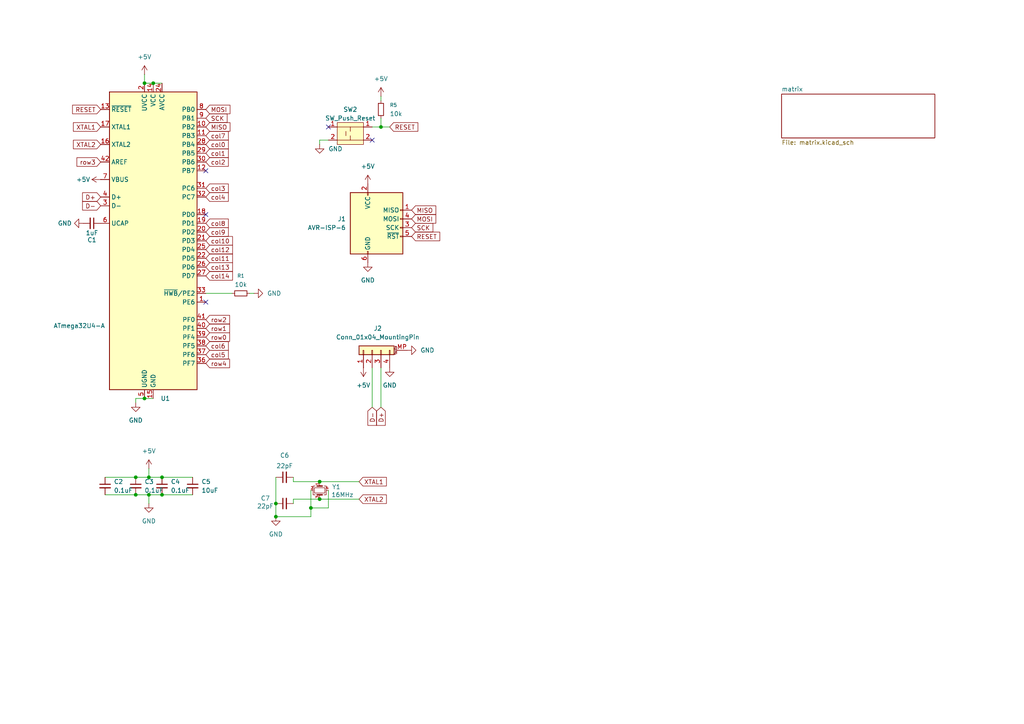
<source format=kicad_sch>
(kicad_sch (version 20250114) (generator "eeschema") (generator_version "9.0")
  (paper "A4")
  (lib_symbols
    (symbol "Connector:AVR-ISP-6" (pin_names (offset 1.016))
      (property "Reference" "J" (at -6.35 11.43 0))
      (property "Value" "AVR-ISP-6" (at 0 11.43 0))
      (symbol "AVR-ISP-6_0_1"
        (rectangle (start -2.667 10.16) (end -2.413 9.398))
        (rectangle (start -2.667 -6.858) (end -2.413 -7.62))
        (rectangle (start 7.62 10.16) (end -7.62 -7.62) (stroke (width 0.254)) (fill (type background)))
        (rectangle (start 7.62 5.207) (end 6.858 4.953))
        (rectangle (start 7.62 2.667) (end 6.858 2.413))
        (rectangle (start 7.62 0.127) (end 6.858 -0.127))
        (rectangle (start 7.62 -2.413) (end 6.858 -2.667))
      )
      (symbol "AVR-ISP-6_1_1"
        (pin passive line (at -2.54 12.7 270) (length 2.54) (name "VCC") (number "2"))
        (pin passive line (at -2.54 -10.16 90) (length 2.54) (name "GND") (number "6"))
        (pin passive line (at 10.16 5.08 180) (length 2.54) (name "MISO") (number "1"))
        (pin passive line (at 10.16 2.54 180) (length 2.54) (name "MOSI") (number "4"))
        (pin passive line (at 10.16 0 180) (length 2.54) (name "SCK") (number "3"))
        (pin passive line (at 10.16 -2.54 180) (length 2.54) (name "~{RST}") (number "5"))
      )
    )
    (symbol "Connector_Generic_MountingPin:Conn_01x04_MountingPin" (pin_names (offset 1.016) (hide yes))
      (property "Reference" "J" (at 0 5.08 0))
      (property "Value" "Conn_01x04_MountingPin" (at 1.27 -7.62 0))
      (symbol "Conn_01x04_MountingPin_1_1"
        (rectangle (start -1.27 3.81) (end 1.27 -6.35) (stroke (width 0.254)) (fill (type background)))
        (rectangle (start -1.27 2.667) (end 0 2.413) (stroke (width 0.1524)))
        (rectangle (start -1.27 0.127) (end 0 -0.127) (stroke (width 0.1524)))
        (rectangle (start -1.27 -2.413) (end 0 -2.667) (stroke (width 0.1524)))
        (rectangle (start -1.27 -4.953) (end 0 -5.207) (stroke (width 0.1524)))
        (polyline (pts (xy -1.016 -7.112) (xy 1.016 -7.112)) (stroke (width 0.1524)))
        (text "Mounting" (at 0 -6.731 0) (effects (font (size 0.381 0.381))))
        (pin passive line (at -5.08 2.54 0) (length 3.81) (name "Pin_1") (number "1"))
        (pin passive line (at -5.08 0 0) (length 3.81) (name "Pin_2") (number "2"))
        (pin passive line (at -5.08 -2.54 0) (length 3.81) (name "Pin_3") (number "3"))
        (pin passive line (at -5.08 -5.08 0) (length 3.81) (name "Pin_4") (number "4"))
        (pin passive line (at 0 -10.16 90) (length 3.048) (name "MountPin") (number "MP"))
      )
    )
    (symbol "Device:C_Small" (pin_numbers (hide yes)) (pin_names (offset 0.254) (hide yes))
      (property "Reference" "C" (at 0.254 1.778 0))
      (property "Value" "C_Small" (at 0.254 -2.032 0))
      (symbol "C_Small_0_1"
        (polyline (pts (xy -1.524 0.508) (xy 1.524 0.508)) (stroke (width 0.3048)))
        (polyline (pts (xy -1.524 -0.508) (xy 1.524 -0.508)) (stroke (width 0.3302)))
      )
      (symbol "C_Small_1_1"
        (pin passive line (at 0 2.54 270) (length 2.032) (name "~") (number "1"))
        (pin passive line (at 0 -2.54 90) (length 2.032) (name "~") (number "2"))
      )
    )
    (symbol "Device:Crystal_GND24_Small" (pin_names (offset 1.016) (hide yes))
      (property "Reference" "Y" (at 1.27 4.445 0))
      (property "Value" "Crystal_GND24_Small" (at 1.27 2.54 0))
      (symbol "Crystal_GND24_Small_0_1"
        (polyline (pts (xy -1.27 1.27) (xy -1.27 1.905) (xy 1.27 1.905) (xy 1.27 1.27)))
        (polyline (pts (xy -1.27 -0.762) (xy -1.27 0.762)) (stroke (width 0.381)))
        (polyline (pts (xy -1.27 -1.27) (xy -1.27 -1.905) (xy 1.27 -1.905) (xy 1.27 -1.27)))
        (rectangle (start -0.762 -1.524) (end 0.762 1.524))
        (polyline (pts (xy 1.27 -0.762) (xy 1.27 0.762)) (stroke (width 0.381)))
      )
      (symbol "Crystal_GND24_Small_1_1"
        (pin passive line (at -2.54 0 0) (length 1.27) (name "1") (number "1"))
        (pin passive line (at 0 2.54 270) (length 0.635) (name "4") (number "4"))
        (pin passive line (at 0 -2.54 90) (length 0.635) (name "2") (number "2"))
        (pin passive line (at 2.54 0 180) (length 1.27) (name "3") (number "3"))
      )
    )
    (symbol "Device:R_Small" (pin_numbers (hide yes)) (pin_names (offset 0.254) (hide yes))
      (property "Reference" "R" (at 0 0 90))
      (property "Value" "R_Small" (at 1.778 0 90))
      (symbol "R_Small_0_1"
        (rectangle (start -0.762 1.778) (end 0.762 -1.778) (stroke (width 0.2032)))
      )
      (symbol "R_Small_1_1"
        (pin passive line (at 0 2.54 270) (length 0.762) (name "~") (number "1"))
        (pin passive line (at 0 -2.54 90) (length 0.762) (name "~") (number "2"))
      )
    )
    (symbol "Local:SW_SKQG"
      (property "Reference" "SW" (at 0 0 0))
      (symbol "SW_SKQG_0_1"
        (rectangle (start -3.81 2.54) (end 3.81 -3.81) (fill (type background)))
        (polyline (pts (xy -3.81 1.27) (xy 3.81 1.27)))
        (polyline (pts (xy -3.81 -2.54) (xy 3.81 -2.54)) (fill (type background)))
        (polyline (pts (xy -1.27 0) (xy -1.27 -1.27)))
        (polyline (pts (xy 0 1.27) (xy 0 0)))
        (polyline (pts (xy 0 -2.54) (xy 0 -1.27)))
      )
      (symbol "SW_SKQG_1_1"
        (pin input line (at -6.35 1.27 0) (length 2.54) (name "") (number "1"))
        (pin input line (at -6.35 -2.54 0) (length 2.54) (name "") (number "2"))
        (pin input line (at 6.35 1.27 180) (length 2.54) (name "") (number "1"))
        (pin input line (at 6.35 -2.54 180) (length 2.54) (name "") (number "2"))
      )
    )
    (symbol "MCU_Microchip_ATmega:ATmega32U4-A"
      (property "Reference" "U" (at -12.7 44.45 0))
      (property "Value" "ATmega32U4-A" (at 2.54 -44.45 0))
      (symbol "ATmega32U4-A_0_1"
        (rectangle (start -12.7 -43.18) (end 12.7 43.18) (stroke (width 0.254)) (fill (type background)))
      )
      (symbol "ATmega32U4-A_1_1"
        (pin input line (at -15.24 38.1 0) (length 2.54) (name "~{RESET}") (number "13"))
        (pin input line (at -15.24 33.02 0) (length 2.54) (name "XTAL1") (number "17"))
        (pin output line (at -15.24 27.94 0) (length 2.54) (name "XTAL2") (number "16"))
        (pin passive line (at -15.24 22.86 0) (length 2.54) (name "AREF") (number "42"))
        (pin input line (at -15.24 17.78 0) (length 2.54) (name "VBUS") (number "7"))
        (pin bidirectional line (at -15.24 12.7 0) (length 2.54) (name "D+") (number "4"))
        (pin bidirectional line (at -15.24 10.16 0) (length 2.54) (name "D-") (number "3"))
        (pin passive line (at -15.24 5.08 0) (length 2.54) (name "UCAP") (number "6"))
        (pin power_in line (at -2.54 45.72 270) (length 2.54) (name "UVCC") (number "2"))
        (pin passive line (at -2.54 -45.72 90) (length 2.54) (name "UGND") (number "5"))
        (pin power_in line (at 0 45.72 270) (length 2.54) (name "VCC") (number "14"))
        (pin passive line (at 0 45.72 270) (length 2.54) (hide yes) (name "VCC") (number "34"))
        (pin power_in line (at 0 -45.72 90) (length 2.54) (name "GND") (number "15"))
        (pin passive line (at 0 -45.72 90) (length 2.54) (hide yes) (name "GND") (number "23"))
        (pin passive line (at 0 -45.72 90) (length 2.54) (hide yes) (name "GND") (number "35"))
        (pin passive line (at 0 -45.72 90) (length 2.54) (hide yes) (name "GND") (number "43"))
        (pin power_in line (at 2.54 45.72 270) (length 2.54) (name "AVCC") (number "24"))
        (pin passive line (at 2.54 45.72 270) (length 2.54) (hide yes) (name "AVCC") (number "44"))
        (pin bidirectional line (at 15.24 38.1 180) (length 2.54) (name "PB0") (number "8"))
        (pin bidirectional line (at 15.24 35.56 180) (length 2.54) (name "PB1") (number "9"))
        (pin bidirectional line (at 15.24 33.02 180) (length 2.54) (name "PB2") (number "10"))
        (pin bidirectional line (at 15.24 30.48 180) (length 2.54) (name "PB3") (number "11"))
        (pin bidirectional line (at 15.24 27.94 180) (length 2.54) (name "PB4") (number "28"))
        (pin bidirectional line (at 15.24 25.4 180) (length 2.54) (name "PB5") (number "29"))
        (pin bidirectional line (at 15.24 22.86 180) (length 2.54) (name "PB6") (number "30"))
        (pin bidirectional line (at 15.24 20.32 180) (length 2.54) (name "PB7") (number "12"))
        (pin bidirectional line (at 15.24 15.24 180) (length 2.54) (name "PC6") (number "31"))
        (pin bidirectional line (at 15.24 12.7 180) (length 2.54) (name "PC7") (number "32"))
        (pin bidirectional line (at 15.24 7.62 180) (length 2.54) (name "PD0") (number "18"))
        (pin bidirectional line (at 15.24 5.08 180) (length 2.54) (name "PD1") (number "19"))
        (pin bidirectional line (at 15.24 2.54 180) (length 2.54) (name "PD2") (number "20"))
        (pin bidirectional line (at 15.24 0 180) (length 2.54) (name "PD3") (number "21"))
        (pin bidirectional line (at 15.24 -2.54 180) (length 2.54) (name "PD4") (number "25"))
        (pin bidirectional line (at 15.24 -5.08 180) (length 2.54) (name "PD5") (number "22"))
        (pin bidirectional line (at 15.24 -7.62 180) (length 2.54) (name "PD6") (number "26"))
        (pin bidirectional line (at 15.24 -10.16 180) (length 2.54) (name "PD7") (number "27"))
        (pin bidirectional line (at 15.24 -15.24 180) (length 2.54) (name "~{HWB}/PE2") (number "33"))
        (pin bidirectional line (at 15.24 -17.78 180) (length 2.54) (name "PE6") (number "1"))
        (pin bidirectional line (at 15.24 -22.86 180) (length 2.54) (name "PF0") (number "41"))
        (pin bidirectional line (at 15.24 -25.4 180) (length 2.54) (name "PF1") (number "40"))
        (pin bidirectional line (at 15.24 -27.94 180) (length 2.54) (name "PF4") (number "39"))
        (pin bidirectional line (at 15.24 -30.48 180) (length 2.54) (name "PF5") (number "38"))
        (pin bidirectional line (at 15.24 -33.02 180) (length 2.54) (name "PF6") (number "37"))
        (pin bidirectional line (at 15.24 -35.56 180) (length 2.54) (name "PF7") (number "36"))
      )
    )
    (symbol "power:+5V" (power) (pin_numbers (hide yes)) (pin_names (offset 0) (hide yes))
      (property "Value" "+5V" (at 0 3.556 0))
      (symbol "+5V_0_1"
        (polyline (pts (xy -0.762 1.27) (xy 0 2.54)))
        (polyline (pts (xy 0 2.54) (xy 0.762 1.27)))
        (polyline (pts (xy 0 0) (xy 0 2.54)))
      )
      (symbol "+5V_1_1"
        (pin power_in line (at 0 0 90) (length 0) (name "~") (number "1"))
      )
    )
    (symbol "power:GND" (power) (pin_numbers (hide yes)) (pin_names (offset 0) (hide yes))
      (property "Value" "GND" (at 0 -3.81 0))
      (symbol "GND_0_1"
        (polyline (pts (xy 0 0) (xy 0 -1.27) (xy 1.27 -1.27) (xy 0 -2.54) (xy -1.27 -1.27) (xy 0 -1.27)))
      )
      (symbol "GND_1_1"
        (pin power_in line (at 0 0 270) (length 0) (name "~") (number "1"))
      )
    )
  )
  (junction (at 43.18 143.51))
  (junction (at 41.91 24.13))
  (junction (at 39.37 138.43))
  (junction (at 39.37 143.51))
  (junction (at 46.99 138.43))
  (junction (at 110.49 36.83))
  (junction (at 92.71 139.7))
  (junction (at 80.01 146.05))
  (junction (at 46.99 143.51))
  (junction (at 90.17 147.32))
  (junction (at 80.01 149.86))
  (junction (at 41.91 115.57))
  (junction (at 43.18 138.43))
  (junction (at 92.71 144.78))
  (junction (at 44.45 24.13))
  (no_connect (at 59.69 87.63))
  (no_connect (at 59.69 62.23))
  (no_connect (at 59.69 49.53))
  (no_connect (at 107.95 40.64))
  (no_connect (at 95.25 36.83))
  (wire (pts (xy 39.37 115.57) (xy 39.37 116.84)))
  (wire (pts (xy 85.09 144.78) (xy 92.71 144.78)))
  (wire (pts (xy 92.71 41.91) (xy 92.71 40.64)))
  (wire (pts (xy 90.17 149.86) (xy 90.17 147.32)))
  (wire (pts (xy 43.18 138.43) (xy 39.37 138.43)))
  (wire (pts (xy 41.91 24.13) (xy 44.45 24.13)))
  (wire (pts (xy 43.18 135.89) (xy 43.18 138.43)))
  (wire (pts (xy 92.71 139.7) (xy 104.14 139.7)))
  (wire (pts (xy 95.25 142.24) (xy 95.25 147.32)))
  (wire (pts (xy 85.09 144.78) (xy 85.09 146.05)))
  (wire (pts (xy 43.18 143.51) (xy 43.18 146.05)))
  (wire (pts (xy 110.49 34.29) (xy 110.49 36.83)))
  (wire (pts (xy 90.17 142.24) (xy 90.17 147.32)))
  (wire (pts (xy 46.99 143.51) (xy 55.88 143.51)))
  (wire (pts (xy 44.45 115.57) (xy 41.91 115.57)))
  (wire (pts (xy 59.69 85.09) (xy 67.31 85.09)))
  (wire (pts (xy 107.95 36.83) (xy 110.49 36.83)))
  (wire (pts (xy 110.49 118.11) (xy 110.49 106.68)))
  (wire (pts (xy 41.91 21.59) (xy 41.91 24.13)))
  (wire (pts (xy 95.25 147.32) (xy 90.17 147.32)))
  (wire (pts (xy 39.37 115.57) (xy 41.91 115.57)))
  (wire (pts (xy 85.09 139.7) (xy 85.09 138.43)))
  (wire (pts (xy 107.95 118.11) (xy 107.95 106.68)))
  (wire (pts (xy 80.01 149.86) (xy 90.17 149.86)))
  (wire (pts (xy 30.48 143.51) (xy 39.37 143.51)))
  (wire (pts (xy 110.49 36.83) (xy 113.03 36.83)))
  (wire (pts (xy 44.45 24.13) (xy 46.99 24.13)))
  (wire (pts (xy 92.71 40.64) (xy 95.25 40.64)))
  (wire (pts (xy 30.48 138.43) (xy 39.37 138.43)))
  (wire (pts (xy 80.01 146.05) (xy 80.01 149.86)))
  (wire (pts (xy 43.18 143.51) (xy 46.99 143.51)))
  (wire (pts (xy 46.99 138.43) (xy 55.88 138.43)))
  (wire (pts (xy 39.37 143.51) (xy 43.18 143.51)))
  (wire (pts (xy 43.18 138.43) (xy 46.99 138.43)))
  (wire (pts (xy 110.49 27.94) (xy 110.49 29.21)))
  (wire (pts (xy 72.39 85.09) (xy 73.66 85.09)))
  (wire (pts (xy 85.09 139.7) (xy 92.71 139.7)))
  (wire (pts (xy 92.71 144.78) (xy 104.14 144.78)))
  (wire (pts (xy 80.01 138.43) (xy 80.01 146.05)))
  (global_label "D+" (shape input) (at 29.21 57.15 180) (property "Intersheetrefs" "${INTERSHEET_REFS}" (effects (hide yes))))
  (global_label "col12" (shape input) (at 59.69 72.39 0) (property "Intersheetrefs" "${INTERSHEET_REFS}" (effects (hide yes))))
  (global_label "MISO" (shape input) (at 59.69 36.83 0) (property "Intersheetrefs" "${INTERSHEET_REFS}" (effects (hide yes))))
  (global_label "col7" (shape input) (at 59.69 39.37 0) (property "Intersheetrefs" "${INTERSHEET_REFS}" (effects (hide yes))))
  (global_label "RESET" (shape input) (at 113.03 36.83 0) (property "Intersheetrefs" "${INTERSHEET_REFS}" (effects (hide yes))))
  (global_label "SCK" (shape input) (at 59.69 34.29 0) (property "Intersheetrefs" "${INTERSHEET_REFS}" (effects (hide yes))))
  (global_label "MOSI" (shape input) (at 119.38 63.5 0) (property "Intersheetrefs" "${INTERSHEET_REFS}" (effects (hide yes))))
  (global_label "MOSI" (shape input) (at 59.69 31.75 0) (property "Intersheetrefs" "${INTERSHEET_REFS}" (effects (hide yes))))
  (global_label "col10" (shape input) (at 59.69 69.85 0) (property "Intersheetrefs" "${INTERSHEET_REFS}" (effects (hide yes))))
  (global_label "XTAL2" (shape input) (at 29.21 41.91 180) (property "Intersheetrefs" "${INTERSHEET_REFS}" (effects (hide yes))))
  (global_label "col11" (shape input) (at 59.69 74.93 0) (property "Intersheetrefs" "${INTERSHEET_REFS}" (effects (hide yes))))
  (global_label "D-" (shape input) (at 29.21 59.69 180) (property "Intersheetrefs" "${INTERSHEET_REFS}" (effects (hide yes))))
  (global_label "row3" (shape input) (at 29.21 46.99 180) (property "Intersheetrefs" "${INTERSHEET_REFS}" (effects (hide yes))))
  (global_label "col9" (shape input) (at 59.69 67.31 0) (property "Intersheetrefs" "${INTERSHEET_REFS}" (effects (hide yes))))
  (global_label "XTAL1" (shape input) (at 29.21 36.83 180) (property "Intersheetrefs" "${INTERSHEET_REFS}" (effects (hide yes))))
  (global_label "MISO" (shape input) (at 119.38 60.96 0) (property "Intersheetrefs" "${INTERSHEET_REFS}" (effects (hide yes))))
  (global_label "col6" (shape input) (at 59.69 100.33 0) (property "Intersheetrefs" "${INTERSHEET_REFS}" (effects (hide yes))))
  (global_label "col13" (shape input) (at 59.69 77.47 0) (property "Intersheetrefs" "${INTERSHEET_REFS}" (effects (hide yes))))
  (global_label "row1" (shape input) (at 59.69 95.25 0) (property "Intersheetrefs" "${INTERSHEET_REFS}" (effects (hide yes))))
  (global_label "RESET" (shape input) (at 119.38 68.58 0) (property "Intersheetrefs" "${INTERSHEET_REFS}" (effects (hide yes))))
  (global_label "col5" (shape input) (at 59.69 102.87 0) (property "Intersheetrefs" "${INTERSHEET_REFS}" (effects (hide yes))))
  (global_label "D-" (shape input) (at 107.95 118.11 270) (property "Intersheetrefs" "${INTERSHEET_REFS}" (effects (hide yes))))
  (global_label "SCK" (shape input) (at 119.38 66.04 0) (property "Intersheetrefs" "${INTERSHEET_REFS}" (effects (hide yes))))
  (global_label "row2" (shape input) (at 59.69 92.71 0) (property "Intersheetrefs" "${INTERSHEET_REFS}" (effects (hide yes))))
  (global_label "row4" (shape input) (at 59.69 105.41 0) (property "Intersheetrefs" "${INTERSHEET_REFS}" (effects (hide yes))))
  (global_label "XTAL2" (shape input) (at 104.14 144.78 0) (property "Intersheetrefs" "${INTERSHEET_REFS}" (effects (hide yes))))
  (global_label "col0" (shape input) (at 59.69 41.91 0) (property "Intersheetrefs" "${INTERSHEET_REFS}" (effects (hide yes))))
  (global_label "col2" (shape input) (at 59.69 46.99 0) (property "Intersheetrefs" "${INTERSHEET_REFS}" (effects (hide yes))))
  (global_label "XTAL1" (shape input) (at 104.14 139.7 0) (property "Intersheetrefs" "${INTERSHEET_REFS}" (effects (hide yes))))
  (global_label "col4" (shape input) (at 59.69 57.15 0) (property "Intersheetrefs" "${INTERSHEET_REFS}" (effects (hide yes))))
  (global_label "row0" (shape input) (at 59.69 97.79 0) (property "Intersheetrefs" "${INTERSHEET_REFS}" (effects (hide yes))))
  (global_label "col14" (shape input) (at 59.69 80.01 0) (property "Intersheetrefs" "${INTERSHEET_REFS}" (effects (hide yes))))
  (global_label "D+" (shape input) (at 110.49 118.11 270) (property "Intersheetrefs" "${INTERSHEET_REFS}" (effects (hide yes))))
  (global_label "col3" (shape input) (at 59.69 54.61 0) (property "Intersheetrefs" "${INTERSHEET_REFS}" (effects (hide yes))))
  (global_label "col8" (shape input) (at 59.69 64.77 0) (property "Intersheetrefs" "${INTERSHEET_REFS}" (effects (hide yes))))
  (global_label "RESET" (shape input) (at 29.21 31.75 180) (property "Intersheetrefs" "${INTERSHEET_REFS}" (effects (hide yes))))
  (global_label "col1" (shape input) (at 59.69 44.45 0) (property "Intersheetrefs" "${INTERSHEET_REFS}" (effects (hide yes))))
  (symbol (lib_id "Device:C_Small") (at 39.37 140.97 0) (unit 1)
    (property "Reference" "C3" (at 41.91 139.7062 0) (effects (justify left)))
    (property "Value" "0.1uF" (at 41.91 142.2462 0) (effects (justify left)))
    (property "Footprint" "Capacitor_SMD:C_0805_2012Metric_Pad1.18x1.45mm_HandSolder" (effects (hide yes)))
    (property "Description" "Unpolarized capacitor, small symbol" (effects (hide yes)))
  )
  (symbol (lib_id "power:+5V") (at 29.21 52.07 90) (unit 1)
    (property "Reference" "#PWR07" (effects (hide yes)))
    (property "Value" "+5V" (at 24.13 52.07 90))
    (property "Description" "Power symbol creates a global label with name \"+5V\"" (effects (hide yes)))
  )
  (symbol (lib_id "power:GND") (at 80.01 149.86 0) (unit 1)
    (property "Reference" "#PWR08" (effects (hide yes)))
    (property "Value" "GND" (at 80.01 154.94 0))
    (property "Description" "Power symbol creates a global label with name \"GND\" , ground" (effects (hide yes)))
  )
  (symbol (lib_id "power:GND") (at 24.13 64.77 270) (unit 1)
    (property "Reference" "#PWR04" (effects (hide yes)))
    (property "Value" "GND" (at 18.796 64.77 90))
    (property "Description" "Power symbol creates a global label with name \"GND\" , ground" (effects (hide yes)))
  )
  (symbol (lib_id "Device:R_Small") (at 69.85 85.09 90) (unit 1)
    (property "Reference" "R1" (at 69.85 80.01 90) (effects (font (size 1.016 1.016))))
    (property "Value" "10k" (at 69.85 82.55 90))
    (property "Footprint" "Resistor_SMD:R_0805_2012Metric_Pad1.20x1.40mm_HandSolder" (effects (hide yes)))
    (property "Description" "Resistor, small symbol" (effects (hide yes)))
  )
  (symbol (lib_id "power:+5V") (at 106.68 53.34 0) (unit 1)
    (property "Reference" "#PWR012" (effects (hide yes)))
    (property "Value" "+5V" (at 106.68 48.26 0))
    (property "Description" "Power symbol creates a global label with name \"+5V\"" (effects (hide yes)))
  )
  (symbol (lib_id "Device:R_Small") (at 110.49 31.75 0) (unit 1)
    (property "Reference" "R5" (at 113.03 30.4799 0) (effects (font (size 1.016 1.016)) (justify left)))
    (property "Value" "10k" (at 113.03 33.0199 0) (effects (justify left)))
    (property "Footprint" "Resistor_SMD:R_0805_2012Metric_Pad1.20x1.40mm_HandSolder" (effects (hide yes)))
    (property "Description" "Resistor, small symbol" (effects (hide yes)))
  )
  (symbol (lib_id "power:GND") (at 106.68 76.2 0) (unit 1)
    (property "Reference" "#PWR011" (effects (hide yes)))
    (property "Value" "GND" (at 106.68 81.28 0))
    (property "Description" "Power symbol creates a global label with name \"GND\" , ground" (effects (hide yes)))
  )
  (symbol (lib_id "MCU_Microchip_ATmega:ATmega32U4-A") (at 44.45 69.85 0) (unit 1)
    (property "Reference" "U1" (at 46.5933 115.57 0) (effects (justify left)))
    (property "Value" "ATmega32U4-A" (at 15.494 94.488 0) (effects (justify left)))
    (property "Footprint" "Package_QFP:TQFP-44_10x10mm_P0.8mm" (effects (hide yes)))
    (property "Datasheet" "http://ww1.microchip.com/downloads/en/DeviceDoc/Atmel-7766-8-bit-AVR-ATmega16U4-32U4_Datasheet.pdf" (effects (hide yes)))
    (property "Description" "16MHz, 32kB Flash, 2.5kB SRAM, 1kB EEPROM, USB 2.0, TQFP-44" (effects (hide yes)))
  )
  (symbol (lib_id "power:GND") (at 113.03 106.68 0) (unit 1)
    (property "Reference" "#PWR010" (effects (hide yes)))
    (property "Value" "GND" (at 113.03 111.76 0))
    (property "Description" "Power symbol creates a global label with name \"GND\" , ground" (effects (hide yes)))
  )
  (symbol (lib_id "power:+5V") (at 110.49 27.94 0) (unit 1)
    (property "Reference" "#PWR013" (effects (hide yes)))
    (property "Value" "+5V" (at 110.49 22.86 0))
    (property "Description" "Power symbol creates a global label with name \"+5V\"" (effects (hide yes)))
  )
  (symbol (lib_id "Device:Crystal_GND24_Small") (at 92.71 142.24 270) (unit 1)
    (property "Reference" "Y1" (at 97.536 141.224 90))
    (property "Value" "16MHz" (at 99.314 143.51 90))
    (property "Footprint" "Crystal:Crystal_SMD_3225-4Pin_3.2x2.5mm_HandSoldering" (effects (hide yes)))
    (property "Description" "Four pin crystal, GND on pins 2 and 4, small symbol" (effects (hide yes)))
  )
  (symbol (lib_id "power:+5V") (at 41.91 21.59 0) (unit 1)
    (property "Reference" "#PWR01" (effects (hide yes)))
    (property "Value" "+5V" (at 41.91 16.51 0))
    (property "Description" "Power symbol creates a global label with name \"+5V\"" (effects (hide yes)))
  )
  (symbol (lib_id "Device:C_Small") (at 46.99 140.97 0) (unit 1)
    (property "Reference" "C4" (at 49.53 139.7062 0) (effects (justify left)))
    (property "Value" "0.1uF" (at 49.53 142.2462 0) (effects (justify left)))
    (property "Footprint" "Capacitor_SMD:C_0805_2012Metric_Pad1.18x1.45mm_HandSolder" (effects (hide yes)))
    (property "Description" "Unpolarized capacitor, small symbol" (effects (hide yes)))
  )
  (symbol (lib_id "power:GND") (at 92.71 41.91 0) (unit 1)
    (property "Reference" "#PWR014" (effects (hide yes)))
    (property "Value" "GND" (at 95.25 43.1799 0) (effects (justify left)))
    (property "Description" "Power symbol creates a global label with name \"GND\" , ground" (effects (hide yes)))
  )
  (symbol (lib_id "Device:C_Small") (at 30.48 140.97 0) (unit 1)
    (property "Reference" "C2" (at 33.02 139.7062 0) (effects (justify left)))
    (property "Value" "0.1uF" (at 33.02 142.2462 0) (effects (justify left)))
    (property "Footprint" "Capacitor_SMD:C_0805_2012Metric_Pad1.18x1.45mm_HandSolder" (effects (hide yes)))
    (property "Description" "Unpolarized capacitor, small symbol" (effects (hide yes)))
  )
  (symbol (lib_id "power:GND") (at 73.66 85.09 90) (unit 1)
    (property "Reference" "#PWR03" (effects (hide yes)))
    (property "Value" "GND" (at 77.47 85.0899 90) (effects (justify right)))
    (property "Description" "Power symbol creates a global label with name \"GND\" , ground" (effects (hide yes)))
  )
  (symbol (lib_id "Device:C_Small") (at 82.55 138.43 90) (unit 1)
    (property "Reference" "C6" (at 82.5563 132.08 90))
    (property "Value" "22pF" (at 82.55 135.128 90))
    (property "Footprint" "Capacitor_SMD:C_0805_2012Metric_Pad1.18x1.45mm_HandSolder" (effects (hide yes)))
    (property "Description" "Unpolarized capacitor, small symbol" (effects (hide yes)))
  )
  (symbol (lib_id "Local:SW_SKQG") (at 101.6 38.1 0) (unit 1)
    (property "Reference" "SW2" (at 101.6 31.75 0))
    (property "Value" "SW_Push_Reset" (at 101.6 34.29 0))
    (property "Footprint" "Button_Switch_SMD:SW_SPST_SKQG_WithStem" (effects (hide yes)))
  )
  (symbol (lib_id "Device:C_Small") (at 55.88 140.97 0) (unit 1)
    (property "Reference" "C5" (at 58.42 139.7062 0) (effects (justify left)))
    (property "Value" "10uF" (at 58.42 142.2462 0) (effects (justify left)))
    (property "Footprint" "Capacitor_SMD:C_0805_2012Metric_Pad1.18x1.45mm_HandSolder" (effects (hide yes)))
    (property "Description" "Unpolarized capacitor, small symbol" (effects (hide yes)))
  )
  (symbol (lib_id "power:GND") (at 39.37 116.84 0) (unit 1)
    (property "Reference" "#PWR02" (effects (hide yes)))
    (property "Value" "GND" (at 39.37 121.92 0))
    (property "Description" "Power symbol creates a global label with name \"GND\" , ground" (effects (hide yes)))
  )
  (symbol (lib_id "Connector_Generic_MountingPin:Conn_01x04_MountingPin") (at 107.95 101.6 90) (unit 1)
    (property "Reference" "J2" (at 109.5756 95.25 90))
    (property "Value" "Conn_01x04_MountingPin" (at 109.5756 97.79 90))
    (property "Footprint" "Connector_JST:JST_SH_SM04B-SRSS-TB_1x04-1MP_P1.00mm_Horizontal" (effects (hide yes)))
    (property "Description" "Generic connectable mounting pin connector, single row, 01x04, script generated (kicad-library-utils/schlib/autogen/connector/)" (effects (hide yes)))
  )
  (symbol (lib_id "Device:C_Small") (at 26.67 64.77 270) (unit 1)
    (property "Reference" "C1" (at 26.67 69.596 90))
    (property "Value" "1uF" (at 26.67 67.564 90))
    (property "Footprint" "Capacitor_SMD:C_0805_2012Metric_Pad1.18x1.45mm_HandSolder" (effects (hide yes)))
    (property "Description" "Unpolarized capacitor, small symbol" (effects (hide yes)))
  )
  (symbol (lib_id "power:GND") (at 43.18 146.05 0) (unit 1)
    (property "Reference" "#PWR06" (effects (hide yes)))
    (property "Value" "GND" (at 43.18 151.13 0))
    (property "Description" "Power symbol creates a global label with name \"GND\" , ground" (effects (hide yes)))
  )
  (symbol (lib_id "Device:C_Small") (at 82.55 146.05 90) (unit 1)
    (property "Reference" "C7" (at 76.962 144.526 90))
    (property "Value" "22pF" (at 76.962 146.812 90))
    (property "Footprint" "Capacitor_SMD:C_0805_2012Metric_Pad1.18x1.45mm_HandSolder" (effects (hide yes)))
    (property "Description" "Unpolarized capacitor, small symbol" (effects (hide yes)))
  )
  (symbol (lib_id "power:+5V") (at 105.41 106.68 180) (unit 1)
    (property "Reference" "#PWR015" (effects (hide yes)))
    (property "Value" "+5V" (at 105.41 111.76 0))
    (property "Description" "Power symbol creates a global label with name \"+5V\"" (effects (hide yes)))
  )
  (symbol (lib_id "power:+5V") (at 43.18 135.89 0) (unit 1)
    (property "Reference" "#PWR05" (effects (hide yes)))
    (property "Value" "+5V" (at 43.18 130.81 0))
    (property "Description" "Power symbol creates a global label with name \"+5V\"" (effects (hide yes)))
  )
  (symbol (lib_id "Connector:AVR-ISP-6") (at 109.22 66.04 0) (unit 1)
    (property "Reference" "J1" (at 100.33 63.4999 0) (effects (justify right)))
    (property "Value" "AVR-ISP-6" (at 100.33 66.0399 0) (effects (justify right)))
    (property "Footprint" "random-keyboard-parts:Reset_Pretty-Mask" (effects (hide yes)))
    (property "Description" "Atmel 6-pin ISP connector" (effects (hide yes)))
  )
  (symbol (lib_id "power:GND") (at 118.11 101.6 90) (unit 1)
    (property "Reference" "#PWR09" (effects (hide yes)))
    (property "Value" "GND" (at 121.92 101.5999 90) (effects (justify right)))
    (property "Description" "Power symbol creates a global label with name \"GND\" , ground" (effects (hide yes)))
  )
  (sheet (at 226.695 27.305) (size 44.45 12.7) (stroke (width 0.1524))
    (property "Sheetname" "matrix" (at 226.695 26.5934 0) (effects (justify left bottom)))
    (property "Sheetfile" "matrix.kicad_sch" (at 226.695 40.5896 0) (effects (justify left top)))
  )
)
</source>
